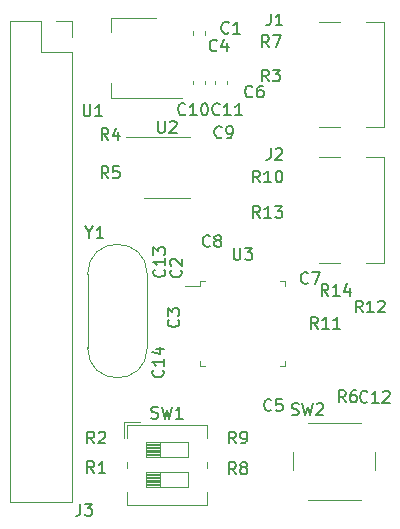
<source format=gbr>
%TF.GenerationSoftware,KiCad,Pcbnew,5.1.7+dfsg1-1~bpo10+1*%
%TF.CreationDate,2020-10-25T19:55:51+08:00*%
%TF.ProjectId,stm32-io-extend,73746d33-322d-4696-9f2d-657874656e64,rev?*%
%TF.SameCoordinates,Original*%
%TF.FileFunction,Legend,Top*%
%TF.FilePolarity,Positive*%
%FSLAX46Y46*%
G04 Gerber Fmt 4.6, Leading zero omitted, Abs format (unit mm)*
G04 Created by KiCad (PCBNEW 5.1.7+dfsg1-1~bpo10+1) date 2020-10-25 19:55:51*
%MOMM*%
%LPD*%
G01*
G04 APERTURE LIST*
%ADD10C,0.120000*%
%ADD11C,0.150000*%
G04 APERTURE END LIST*
D10*
%TO.C,C4*%
X149210000Y-67359420D02*
X149210000Y-67640580D01*
X148190000Y-67359420D02*
X148190000Y-67640580D01*
%TO.C,C10*%
X148190000Y-71559420D02*
X148190000Y-71840580D01*
X149210000Y-71559420D02*
X149210000Y-71840580D01*
%TO.C,C11*%
X150090000Y-71559420D02*
X150090000Y-71840580D01*
X151110000Y-71559420D02*
X151110000Y-71840580D01*
%TO.C,J1*%
X158830000Y-75470000D02*
X160630000Y-75470000D01*
X164340000Y-75470000D02*
X162880000Y-75470000D01*
X164340000Y-66530000D02*
X162880000Y-66530000D01*
X158830000Y-66530000D02*
X160630000Y-66530000D01*
X164340000Y-66530000D02*
X164340000Y-75470000D01*
%TO.C,J2*%
X164340000Y-78030000D02*
X164340000Y-86970000D01*
X158830000Y-78030000D02*
X160630000Y-78030000D01*
X164340000Y-78030000D02*
X162880000Y-78030000D01*
X164340000Y-86970000D02*
X162880000Y-86970000D01*
X158830000Y-86970000D02*
X160630000Y-86970000D01*
%TO.C,J3*%
X136600000Y-66470000D02*
X137930000Y-66470000D01*
X137930000Y-66470000D02*
X137930000Y-67800000D01*
X135330000Y-66470000D02*
X135330000Y-69070000D01*
X135330000Y-69070000D02*
X137930000Y-69070000D01*
X137930000Y-69070000D02*
X137930000Y-107230000D01*
X132730000Y-107230000D02*
X137930000Y-107230000D01*
X132730000Y-66470000D02*
X132730000Y-107230000D01*
X132730000Y-66470000D02*
X135330000Y-66470000D01*
%TO.C,SW1*%
X145406667Y-104705000D02*
X145406667Y-105975000D01*
X144200000Y-105905000D02*
X145406667Y-105905000D01*
X144200000Y-105785000D02*
X145406667Y-105785000D01*
X144200000Y-105665000D02*
X145406667Y-105665000D01*
X144200000Y-105545000D02*
X145406667Y-105545000D01*
X144200000Y-105425000D02*
X145406667Y-105425000D01*
X144200000Y-105305000D02*
X145406667Y-105305000D01*
X144200000Y-105185000D02*
X145406667Y-105185000D01*
X144200000Y-105065000D02*
X145406667Y-105065000D01*
X144200000Y-104945000D02*
X145406667Y-104945000D01*
X144200000Y-104825000D02*
X145406667Y-104825000D01*
X147820000Y-104705000D02*
X144200000Y-104705000D01*
X147820000Y-105975000D02*
X147820000Y-104705000D01*
X144200000Y-105975000D02*
X147820000Y-105975000D01*
X144200000Y-104705000D02*
X144200000Y-105975000D01*
X145406667Y-102165000D02*
X145406667Y-103435000D01*
X144200000Y-103365000D02*
X145406667Y-103365000D01*
X144200000Y-103245000D02*
X145406667Y-103245000D01*
X144200000Y-103125000D02*
X145406667Y-103125000D01*
X144200000Y-103005000D02*
X145406667Y-103005000D01*
X144200000Y-102885000D02*
X145406667Y-102885000D01*
X144200000Y-102765000D02*
X145406667Y-102765000D01*
X144200000Y-102645000D02*
X145406667Y-102645000D01*
X144200000Y-102525000D02*
X145406667Y-102525000D01*
X144200000Y-102405000D02*
X145406667Y-102405000D01*
X144200000Y-102285000D02*
X145406667Y-102285000D01*
X147820000Y-102165000D02*
X144200000Y-102165000D01*
X147820000Y-103435000D02*
X147820000Y-102165000D01*
X144200000Y-103435000D02*
X147820000Y-103435000D01*
X144200000Y-102165000D02*
X144200000Y-103435000D01*
X142360000Y-100450000D02*
X142360000Y-101760000D01*
X142360000Y-100450000D02*
X143743000Y-100450000D01*
X149421000Y-103790000D02*
X149421000Y-104351000D01*
X149421000Y-100690000D02*
X149421000Y-101810000D01*
X149421000Y-106330000D02*
X149421000Y-107450000D01*
X142600000Y-106330000D02*
X142600000Y-107450000D01*
X142600000Y-103840000D02*
X142600000Y-104351000D01*
X142600000Y-100690000D02*
X142600000Y-101760000D01*
X142600000Y-107450000D02*
X149421000Y-107450000D01*
X142600000Y-100690000D02*
X149421000Y-100690000D01*
%TO.C,SW2*%
X163650000Y-104500000D02*
X163650000Y-103000000D01*
X162400000Y-100500000D02*
X157900000Y-100500000D01*
X156650000Y-103000000D02*
X156650000Y-104500000D01*
X157900000Y-107000000D02*
X162400000Y-107000000D01*
%TO.C,U1*%
X147300000Y-73010000D02*
X141290000Y-73010000D01*
X145050000Y-66190000D02*
X141290000Y-66190000D01*
X141290000Y-73010000D02*
X141290000Y-71750000D01*
X141290000Y-66190000D02*
X141290000Y-67450000D01*
%TO.C,U2*%
X146000000Y-76340000D02*
X142550000Y-76340000D01*
X146000000Y-76340000D02*
X147950000Y-76340000D01*
X146000000Y-81460000D02*
X144050000Y-81460000D01*
X146000000Y-81460000D02*
X147950000Y-81460000D01*
%TO.C,U3*%
X148790000Y-88940000D02*
X147500000Y-88940000D01*
X148790000Y-88490000D02*
X148790000Y-88940000D01*
X149240000Y-88490000D02*
X148790000Y-88490000D01*
X156010000Y-88490000D02*
X156010000Y-88940000D01*
X155560000Y-88490000D02*
X156010000Y-88490000D01*
X148790000Y-95710000D02*
X148790000Y-95260000D01*
X149240000Y-95710000D02*
X148790000Y-95710000D01*
X156010000Y-95710000D02*
X156010000Y-95260000D01*
X155560000Y-95710000D02*
X156010000Y-95710000D01*
%TO.C,Y1*%
X139275000Y-87915000D02*
X139275000Y-94165000D01*
X144325000Y-87915000D02*
X144325000Y-94165000D01*
X139275000Y-87915000D02*
G75*
G02*
X144325000Y-87915000I2525000J0D01*
G01*
X139275000Y-94165000D02*
G75*
G03*
X144325000Y-94165000I2525000J0D01*
G01*
%TO.C,C1*%
D11*
X151233333Y-67457142D02*
X151185714Y-67504761D01*
X151042857Y-67552380D01*
X150947619Y-67552380D01*
X150804761Y-67504761D01*
X150709523Y-67409523D01*
X150661904Y-67314285D01*
X150614285Y-67123809D01*
X150614285Y-66980952D01*
X150661904Y-66790476D01*
X150709523Y-66695238D01*
X150804761Y-66600000D01*
X150947619Y-66552380D01*
X151042857Y-66552380D01*
X151185714Y-66600000D01*
X151233333Y-66647619D01*
X152185714Y-67552380D02*
X151614285Y-67552380D01*
X151900000Y-67552380D02*
X151900000Y-66552380D01*
X151804761Y-66695238D01*
X151709523Y-66790476D01*
X151614285Y-66838095D01*
%TO.C,C2*%
X147157142Y-87566666D02*
X147204761Y-87614285D01*
X147252380Y-87757142D01*
X147252380Y-87852380D01*
X147204761Y-87995238D01*
X147109523Y-88090476D01*
X147014285Y-88138095D01*
X146823809Y-88185714D01*
X146680952Y-88185714D01*
X146490476Y-88138095D01*
X146395238Y-88090476D01*
X146300000Y-87995238D01*
X146252380Y-87852380D01*
X146252380Y-87757142D01*
X146300000Y-87614285D01*
X146347619Y-87566666D01*
X146347619Y-87185714D02*
X146300000Y-87138095D01*
X146252380Y-87042857D01*
X146252380Y-86804761D01*
X146300000Y-86709523D01*
X146347619Y-86661904D01*
X146442857Y-86614285D01*
X146538095Y-86614285D01*
X146680952Y-86661904D01*
X147252380Y-87233333D01*
X147252380Y-86614285D01*
%TO.C,C3*%
X146957142Y-91766666D02*
X147004761Y-91814285D01*
X147052380Y-91957142D01*
X147052380Y-92052380D01*
X147004761Y-92195238D01*
X146909523Y-92290476D01*
X146814285Y-92338095D01*
X146623809Y-92385714D01*
X146480952Y-92385714D01*
X146290476Y-92338095D01*
X146195238Y-92290476D01*
X146100000Y-92195238D01*
X146052380Y-92052380D01*
X146052380Y-91957142D01*
X146100000Y-91814285D01*
X146147619Y-91766666D01*
X146052380Y-91433333D02*
X146052380Y-90814285D01*
X146433333Y-91147619D01*
X146433333Y-91004761D01*
X146480952Y-90909523D01*
X146528571Y-90861904D01*
X146623809Y-90814285D01*
X146861904Y-90814285D01*
X146957142Y-90861904D01*
X147004761Y-90909523D01*
X147052380Y-91004761D01*
X147052380Y-91290476D01*
X147004761Y-91385714D01*
X146957142Y-91433333D01*
%TO.C,C4*%
X150233333Y-68957142D02*
X150185714Y-69004761D01*
X150042857Y-69052380D01*
X149947619Y-69052380D01*
X149804761Y-69004761D01*
X149709523Y-68909523D01*
X149661904Y-68814285D01*
X149614285Y-68623809D01*
X149614285Y-68480952D01*
X149661904Y-68290476D01*
X149709523Y-68195238D01*
X149804761Y-68100000D01*
X149947619Y-68052380D01*
X150042857Y-68052380D01*
X150185714Y-68100000D01*
X150233333Y-68147619D01*
X151090476Y-68385714D02*
X151090476Y-69052380D01*
X150852380Y-68004761D02*
X150614285Y-68719047D01*
X151233333Y-68719047D01*
%TO.C,C5*%
X154833333Y-99407142D02*
X154785714Y-99454761D01*
X154642857Y-99502380D01*
X154547619Y-99502380D01*
X154404761Y-99454761D01*
X154309523Y-99359523D01*
X154261904Y-99264285D01*
X154214285Y-99073809D01*
X154214285Y-98930952D01*
X154261904Y-98740476D01*
X154309523Y-98645238D01*
X154404761Y-98550000D01*
X154547619Y-98502380D01*
X154642857Y-98502380D01*
X154785714Y-98550000D01*
X154833333Y-98597619D01*
X155738095Y-98502380D02*
X155261904Y-98502380D01*
X155214285Y-98978571D01*
X155261904Y-98930952D01*
X155357142Y-98883333D01*
X155595238Y-98883333D01*
X155690476Y-98930952D01*
X155738095Y-98978571D01*
X155785714Y-99073809D01*
X155785714Y-99311904D01*
X155738095Y-99407142D01*
X155690476Y-99454761D01*
X155595238Y-99502380D01*
X155357142Y-99502380D01*
X155261904Y-99454761D01*
X155214285Y-99407142D01*
%TO.C,C6*%
X153233333Y-72857142D02*
X153185714Y-72904761D01*
X153042857Y-72952380D01*
X152947619Y-72952380D01*
X152804761Y-72904761D01*
X152709523Y-72809523D01*
X152661904Y-72714285D01*
X152614285Y-72523809D01*
X152614285Y-72380952D01*
X152661904Y-72190476D01*
X152709523Y-72095238D01*
X152804761Y-72000000D01*
X152947619Y-71952380D01*
X153042857Y-71952380D01*
X153185714Y-72000000D01*
X153233333Y-72047619D01*
X154090476Y-71952380D02*
X153900000Y-71952380D01*
X153804761Y-72000000D01*
X153757142Y-72047619D01*
X153661904Y-72190476D01*
X153614285Y-72380952D01*
X153614285Y-72761904D01*
X153661904Y-72857142D01*
X153709523Y-72904761D01*
X153804761Y-72952380D01*
X153995238Y-72952380D01*
X154090476Y-72904761D01*
X154138095Y-72857142D01*
X154185714Y-72761904D01*
X154185714Y-72523809D01*
X154138095Y-72428571D01*
X154090476Y-72380952D01*
X153995238Y-72333333D01*
X153804761Y-72333333D01*
X153709523Y-72380952D01*
X153661904Y-72428571D01*
X153614285Y-72523809D01*
%TO.C,C7*%
X157933333Y-88657142D02*
X157885714Y-88704761D01*
X157742857Y-88752380D01*
X157647619Y-88752380D01*
X157504761Y-88704761D01*
X157409523Y-88609523D01*
X157361904Y-88514285D01*
X157314285Y-88323809D01*
X157314285Y-88180952D01*
X157361904Y-87990476D01*
X157409523Y-87895238D01*
X157504761Y-87800000D01*
X157647619Y-87752380D01*
X157742857Y-87752380D01*
X157885714Y-87800000D01*
X157933333Y-87847619D01*
X158266666Y-87752380D02*
X158933333Y-87752380D01*
X158504761Y-88752380D01*
%TO.C,C8*%
X149633333Y-85507142D02*
X149585714Y-85554761D01*
X149442857Y-85602380D01*
X149347619Y-85602380D01*
X149204761Y-85554761D01*
X149109523Y-85459523D01*
X149061904Y-85364285D01*
X149014285Y-85173809D01*
X149014285Y-85030952D01*
X149061904Y-84840476D01*
X149109523Y-84745238D01*
X149204761Y-84650000D01*
X149347619Y-84602380D01*
X149442857Y-84602380D01*
X149585714Y-84650000D01*
X149633333Y-84697619D01*
X150204761Y-85030952D02*
X150109523Y-84983333D01*
X150061904Y-84935714D01*
X150014285Y-84840476D01*
X150014285Y-84792857D01*
X150061904Y-84697619D01*
X150109523Y-84650000D01*
X150204761Y-84602380D01*
X150395238Y-84602380D01*
X150490476Y-84650000D01*
X150538095Y-84697619D01*
X150585714Y-84792857D01*
X150585714Y-84840476D01*
X150538095Y-84935714D01*
X150490476Y-84983333D01*
X150395238Y-85030952D01*
X150204761Y-85030952D01*
X150109523Y-85078571D01*
X150061904Y-85126190D01*
X150014285Y-85221428D01*
X150014285Y-85411904D01*
X150061904Y-85507142D01*
X150109523Y-85554761D01*
X150204761Y-85602380D01*
X150395238Y-85602380D01*
X150490476Y-85554761D01*
X150538095Y-85507142D01*
X150585714Y-85411904D01*
X150585714Y-85221428D01*
X150538095Y-85126190D01*
X150490476Y-85078571D01*
X150395238Y-85030952D01*
%TO.C,C9*%
X150633333Y-76307142D02*
X150585714Y-76354761D01*
X150442857Y-76402380D01*
X150347619Y-76402380D01*
X150204761Y-76354761D01*
X150109523Y-76259523D01*
X150061904Y-76164285D01*
X150014285Y-75973809D01*
X150014285Y-75830952D01*
X150061904Y-75640476D01*
X150109523Y-75545238D01*
X150204761Y-75450000D01*
X150347619Y-75402380D01*
X150442857Y-75402380D01*
X150585714Y-75450000D01*
X150633333Y-75497619D01*
X151109523Y-76402380D02*
X151300000Y-76402380D01*
X151395238Y-76354761D01*
X151442857Y-76307142D01*
X151538095Y-76164285D01*
X151585714Y-75973809D01*
X151585714Y-75592857D01*
X151538095Y-75497619D01*
X151490476Y-75450000D01*
X151395238Y-75402380D01*
X151204761Y-75402380D01*
X151109523Y-75450000D01*
X151061904Y-75497619D01*
X151014285Y-75592857D01*
X151014285Y-75830952D01*
X151061904Y-75926190D01*
X151109523Y-75973809D01*
X151204761Y-76021428D01*
X151395238Y-76021428D01*
X151490476Y-75973809D01*
X151538095Y-75926190D01*
X151585714Y-75830952D01*
%TO.C,C10*%
X147557142Y-74357142D02*
X147509523Y-74404761D01*
X147366666Y-74452380D01*
X147271428Y-74452380D01*
X147128571Y-74404761D01*
X147033333Y-74309523D01*
X146985714Y-74214285D01*
X146938095Y-74023809D01*
X146938095Y-73880952D01*
X146985714Y-73690476D01*
X147033333Y-73595238D01*
X147128571Y-73500000D01*
X147271428Y-73452380D01*
X147366666Y-73452380D01*
X147509523Y-73500000D01*
X147557142Y-73547619D01*
X148509523Y-74452380D02*
X147938095Y-74452380D01*
X148223809Y-74452380D02*
X148223809Y-73452380D01*
X148128571Y-73595238D01*
X148033333Y-73690476D01*
X147938095Y-73738095D01*
X149128571Y-73452380D02*
X149223809Y-73452380D01*
X149319047Y-73500000D01*
X149366666Y-73547619D01*
X149414285Y-73642857D01*
X149461904Y-73833333D01*
X149461904Y-74071428D01*
X149414285Y-74261904D01*
X149366666Y-74357142D01*
X149319047Y-74404761D01*
X149223809Y-74452380D01*
X149128571Y-74452380D01*
X149033333Y-74404761D01*
X148985714Y-74357142D01*
X148938095Y-74261904D01*
X148890476Y-74071428D01*
X148890476Y-73833333D01*
X148938095Y-73642857D01*
X148985714Y-73547619D01*
X149033333Y-73500000D01*
X149128571Y-73452380D01*
%TO.C,C11*%
X150457142Y-74357142D02*
X150409523Y-74404761D01*
X150266666Y-74452380D01*
X150171428Y-74452380D01*
X150028571Y-74404761D01*
X149933333Y-74309523D01*
X149885714Y-74214285D01*
X149838095Y-74023809D01*
X149838095Y-73880952D01*
X149885714Y-73690476D01*
X149933333Y-73595238D01*
X150028571Y-73500000D01*
X150171428Y-73452380D01*
X150266666Y-73452380D01*
X150409523Y-73500000D01*
X150457142Y-73547619D01*
X151409523Y-74452380D02*
X150838095Y-74452380D01*
X151123809Y-74452380D02*
X151123809Y-73452380D01*
X151028571Y-73595238D01*
X150933333Y-73690476D01*
X150838095Y-73738095D01*
X152361904Y-74452380D02*
X151790476Y-74452380D01*
X152076190Y-74452380D02*
X152076190Y-73452380D01*
X151980952Y-73595238D01*
X151885714Y-73690476D01*
X151790476Y-73738095D01*
%TO.C,C12*%
X162957142Y-98707142D02*
X162909523Y-98754761D01*
X162766666Y-98802380D01*
X162671428Y-98802380D01*
X162528571Y-98754761D01*
X162433333Y-98659523D01*
X162385714Y-98564285D01*
X162338095Y-98373809D01*
X162338095Y-98230952D01*
X162385714Y-98040476D01*
X162433333Y-97945238D01*
X162528571Y-97850000D01*
X162671428Y-97802380D01*
X162766666Y-97802380D01*
X162909523Y-97850000D01*
X162957142Y-97897619D01*
X163909523Y-98802380D02*
X163338095Y-98802380D01*
X163623809Y-98802380D02*
X163623809Y-97802380D01*
X163528571Y-97945238D01*
X163433333Y-98040476D01*
X163338095Y-98088095D01*
X164290476Y-97897619D02*
X164338095Y-97850000D01*
X164433333Y-97802380D01*
X164671428Y-97802380D01*
X164766666Y-97850000D01*
X164814285Y-97897619D01*
X164861904Y-97992857D01*
X164861904Y-98088095D01*
X164814285Y-98230952D01*
X164242857Y-98802380D01*
X164861904Y-98802380D01*
%TO.C,C13*%
X145757142Y-87542857D02*
X145804761Y-87590476D01*
X145852380Y-87733333D01*
X145852380Y-87828571D01*
X145804761Y-87971428D01*
X145709523Y-88066666D01*
X145614285Y-88114285D01*
X145423809Y-88161904D01*
X145280952Y-88161904D01*
X145090476Y-88114285D01*
X144995238Y-88066666D01*
X144900000Y-87971428D01*
X144852380Y-87828571D01*
X144852380Y-87733333D01*
X144900000Y-87590476D01*
X144947619Y-87542857D01*
X145852380Y-86590476D02*
X145852380Y-87161904D01*
X145852380Y-86876190D02*
X144852380Y-86876190D01*
X144995238Y-86971428D01*
X145090476Y-87066666D01*
X145138095Y-87161904D01*
X144852380Y-86257142D02*
X144852380Y-85638095D01*
X145233333Y-85971428D01*
X145233333Y-85828571D01*
X145280952Y-85733333D01*
X145328571Y-85685714D01*
X145423809Y-85638095D01*
X145661904Y-85638095D01*
X145757142Y-85685714D01*
X145804761Y-85733333D01*
X145852380Y-85828571D01*
X145852380Y-86114285D01*
X145804761Y-86209523D01*
X145757142Y-86257142D01*
%TO.C,C14*%
X145657142Y-96042857D02*
X145704761Y-96090476D01*
X145752380Y-96233333D01*
X145752380Y-96328571D01*
X145704761Y-96471428D01*
X145609523Y-96566666D01*
X145514285Y-96614285D01*
X145323809Y-96661904D01*
X145180952Y-96661904D01*
X144990476Y-96614285D01*
X144895238Y-96566666D01*
X144800000Y-96471428D01*
X144752380Y-96328571D01*
X144752380Y-96233333D01*
X144800000Y-96090476D01*
X144847619Y-96042857D01*
X145752380Y-95090476D02*
X145752380Y-95661904D01*
X145752380Y-95376190D02*
X144752380Y-95376190D01*
X144895238Y-95471428D01*
X144990476Y-95566666D01*
X145038095Y-95661904D01*
X145085714Y-94233333D02*
X145752380Y-94233333D01*
X144704761Y-94471428D02*
X145419047Y-94709523D01*
X145419047Y-94090476D01*
%TO.C,J1*%
X154766666Y-65852380D02*
X154766666Y-66566666D01*
X154719047Y-66709523D01*
X154623809Y-66804761D01*
X154480952Y-66852380D01*
X154385714Y-66852380D01*
X155766666Y-66852380D02*
X155195238Y-66852380D01*
X155480952Y-66852380D02*
X155480952Y-65852380D01*
X155385714Y-65995238D01*
X155290476Y-66090476D01*
X155195238Y-66138095D01*
%TO.C,J2*%
X154766666Y-77252380D02*
X154766666Y-77966666D01*
X154719047Y-78109523D01*
X154623809Y-78204761D01*
X154480952Y-78252380D01*
X154385714Y-78252380D01*
X155195238Y-77347619D02*
X155242857Y-77300000D01*
X155338095Y-77252380D01*
X155576190Y-77252380D01*
X155671428Y-77300000D01*
X155719047Y-77347619D01*
X155766666Y-77442857D01*
X155766666Y-77538095D01*
X155719047Y-77680952D01*
X155147619Y-78252380D01*
X155766666Y-78252380D01*
%TO.C,J3*%
X138666666Y-107352380D02*
X138666666Y-108066666D01*
X138619047Y-108209523D01*
X138523809Y-108304761D01*
X138380952Y-108352380D01*
X138285714Y-108352380D01*
X139047619Y-107352380D02*
X139666666Y-107352380D01*
X139333333Y-107733333D01*
X139476190Y-107733333D01*
X139571428Y-107780952D01*
X139619047Y-107828571D01*
X139666666Y-107923809D01*
X139666666Y-108161904D01*
X139619047Y-108257142D01*
X139571428Y-108304761D01*
X139476190Y-108352380D01*
X139190476Y-108352380D01*
X139095238Y-108304761D01*
X139047619Y-108257142D01*
%TO.C,R1*%
X139833333Y-104752380D02*
X139500000Y-104276190D01*
X139261904Y-104752380D02*
X139261904Y-103752380D01*
X139642857Y-103752380D01*
X139738095Y-103800000D01*
X139785714Y-103847619D01*
X139833333Y-103942857D01*
X139833333Y-104085714D01*
X139785714Y-104180952D01*
X139738095Y-104228571D01*
X139642857Y-104276190D01*
X139261904Y-104276190D01*
X140785714Y-104752380D02*
X140214285Y-104752380D01*
X140500000Y-104752380D02*
X140500000Y-103752380D01*
X140404761Y-103895238D01*
X140309523Y-103990476D01*
X140214285Y-104038095D01*
%TO.C,R2*%
X139833333Y-102252380D02*
X139500000Y-101776190D01*
X139261904Y-102252380D02*
X139261904Y-101252380D01*
X139642857Y-101252380D01*
X139738095Y-101300000D01*
X139785714Y-101347619D01*
X139833333Y-101442857D01*
X139833333Y-101585714D01*
X139785714Y-101680952D01*
X139738095Y-101728571D01*
X139642857Y-101776190D01*
X139261904Y-101776190D01*
X140214285Y-101347619D02*
X140261904Y-101300000D01*
X140357142Y-101252380D01*
X140595238Y-101252380D01*
X140690476Y-101300000D01*
X140738095Y-101347619D01*
X140785714Y-101442857D01*
X140785714Y-101538095D01*
X140738095Y-101680952D01*
X140166666Y-102252380D01*
X140785714Y-102252380D01*
%TO.C,R3*%
X154613333Y-71602380D02*
X154280000Y-71126190D01*
X154041904Y-71602380D02*
X154041904Y-70602380D01*
X154422857Y-70602380D01*
X154518095Y-70650000D01*
X154565714Y-70697619D01*
X154613333Y-70792857D01*
X154613333Y-70935714D01*
X154565714Y-71030952D01*
X154518095Y-71078571D01*
X154422857Y-71126190D01*
X154041904Y-71126190D01*
X154946666Y-70602380D02*
X155565714Y-70602380D01*
X155232380Y-70983333D01*
X155375238Y-70983333D01*
X155470476Y-71030952D01*
X155518095Y-71078571D01*
X155565714Y-71173809D01*
X155565714Y-71411904D01*
X155518095Y-71507142D01*
X155470476Y-71554761D01*
X155375238Y-71602380D01*
X155089523Y-71602380D01*
X154994285Y-71554761D01*
X154946666Y-71507142D01*
%TO.C,R4*%
X141033333Y-76552380D02*
X140700000Y-76076190D01*
X140461904Y-76552380D02*
X140461904Y-75552380D01*
X140842857Y-75552380D01*
X140938095Y-75600000D01*
X140985714Y-75647619D01*
X141033333Y-75742857D01*
X141033333Y-75885714D01*
X140985714Y-75980952D01*
X140938095Y-76028571D01*
X140842857Y-76076190D01*
X140461904Y-76076190D01*
X141890476Y-75885714D02*
X141890476Y-76552380D01*
X141652380Y-75504761D02*
X141414285Y-76219047D01*
X142033333Y-76219047D01*
%TO.C,R5*%
X141033333Y-79802380D02*
X140700000Y-79326190D01*
X140461904Y-79802380D02*
X140461904Y-78802380D01*
X140842857Y-78802380D01*
X140938095Y-78850000D01*
X140985714Y-78897619D01*
X141033333Y-78992857D01*
X141033333Y-79135714D01*
X140985714Y-79230952D01*
X140938095Y-79278571D01*
X140842857Y-79326190D01*
X140461904Y-79326190D01*
X141938095Y-78802380D02*
X141461904Y-78802380D01*
X141414285Y-79278571D01*
X141461904Y-79230952D01*
X141557142Y-79183333D01*
X141795238Y-79183333D01*
X141890476Y-79230952D01*
X141938095Y-79278571D01*
X141985714Y-79373809D01*
X141985714Y-79611904D01*
X141938095Y-79707142D01*
X141890476Y-79754761D01*
X141795238Y-79802380D01*
X141557142Y-79802380D01*
X141461904Y-79754761D01*
X141414285Y-79707142D01*
%TO.C,R6*%
X161133333Y-98752380D02*
X160800000Y-98276190D01*
X160561904Y-98752380D02*
X160561904Y-97752380D01*
X160942857Y-97752380D01*
X161038095Y-97800000D01*
X161085714Y-97847619D01*
X161133333Y-97942857D01*
X161133333Y-98085714D01*
X161085714Y-98180952D01*
X161038095Y-98228571D01*
X160942857Y-98276190D01*
X160561904Y-98276190D01*
X161990476Y-97752380D02*
X161800000Y-97752380D01*
X161704761Y-97800000D01*
X161657142Y-97847619D01*
X161561904Y-97990476D01*
X161514285Y-98180952D01*
X161514285Y-98561904D01*
X161561904Y-98657142D01*
X161609523Y-98704761D01*
X161704761Y-98752380D01*
X161895238Y-98752380D01*
X161990476Y-98704761D01*
X162038095Y-98657142D01*
X162085714Y-98561904D01*
X162085714Y-98323809D01*
X162038095Y-98228571D01*
X161990476Y-98180952D01*
X161895238Y-98133333D01*
X161704761Y-98133333D01*
X161609523Y-98180952D01*
X161561904Y-98228571D01*
X161514285Y-98323809D01*
%TO.C,R7*%
X154633333Y-68702380D02*
X154300000Y-68226190D01*
X154061904Y-68702380D02*
X154061904Y-67702380D01*
X154442857Y-67702380D01*
X154538095Y-67750000D01*
X154585714Y-67797619D01*
X154633333Y-67892857D01*
X154633333Y-68035714D01*
X154585714Y-68130952D01*
X154538095Y-68178571D01*
X154442857Y-68226190D01*
X154061904Y-68226190D01*
X154966666Y-67702380D02*
X155633333Y-67702380D01*
X155204761Y-68702380D01*
%TO.C,R8*%
X151833333Y-104852380D02*
X151500000Y-104376190D01*
X151261904Y-104852380D02*
X151261904Y-103852380D01*
X151642857Y-103852380D01*
X151738095Y-103900000D01*
X151785714Y-103947619D01*
X151833333Y-104042857D01*
X151833333Y-104185714D01*
X151785714Y-104280952D01*
X151738095Y-104328571D01*
X151642857Y-104376190D01*
X151261904Y-104376190D01*
X152404761Y-104280952D02*
X152309523Y-104233333D01*
X152261904Y-104185714D01*
X152214285Y-104090476D01*
X152214285Y-104042857D01*
X152261904Y-103947619D01*
X152309523Y-103900000D01*
X152404761Y-103852380D01*
X152595238Y-103852380D01*
X152690476Y-103900000D01*
X152738095Y-103947619D01*
X152785714Y-104042857D01*
X152785714Y-104090476D01*
X152738095Y-104185714D01*
X152690476Y-104233333D01*
X152595238Y-104280952D01*
X152404761Y-104280952D01*
X152309523Y-104328571D01*
X152261904Y-104376190D01*
X152214285Y-104471428D01*
X152214285Y-104661904D01*
X152261904Y-104757142D01*
X152309523Y-104804761D01*
X152404761Y-104852380D01*
X152595238Y-104852380D01*
X152690476Y-104804761D01*
X152738095Y-104757142D01*
X152785714Y-104661904D01*
X152785714Y-104471428D01*
X152738095Y-104376190D01*
X152690476Y-104328571D01*
X152595238Y-104280952D01*
%TO.C,R9*%
X151833333Y-102252380D02*
X151500000Y-101776190D01*
X151261904Y-102252380D02*
X151261904Y-101252380D01*
X151642857Y-101252380D01*
X151738095Y-101300000D01*
X151785714Y-101347619D01*
X151833333Y-101442857D01*
X151833333Y-101585714D01*
X151785714Y-101680952D01*
X151738095Y-101728571D01*
X151642857Y-101776190D01*
X151261904Y-101776190D01*
X152309523Y-102252380D02*
X152500000Y-102252380D01*
X152595238Y-102204761D01*
X152642857Y-102157142D01*
X152738095Y-102014285D01*
X152785714Y-101823809D01*
X152785714Y-101442857D01*
X152738095Y-101347619D01*
X152690476Y-101300000D01*
X152595238Y-101252380D01*
X152404761Y-101252380D01*
X152309523Y-101300000D01*
X152261904Y-101347619D01*
X152214285Y-101442857D01*
X152214285Y-101680952D01*
X152261904Y-101776190D01*
X152309523Y-101823809D01*
X152404761Y-101871428D01*
X152595238Y-101871428D01*
X152690476Y-101823809D01*
X152738095Y-101776190D01*
X152785714Y-101680952D01*
%TO.C,R10*%
X153857142Y-80152380D02*
X153523809Y-79676190D01*
X153285714Y-80152380D02*
X153285714Y-79152380D01*
X153666666Y-79152380D01*
X153761904Y-79200000D01*
X153809523Y-79247619D01*
X153857142Y-79342857D01*
X153857142Y-79485714D01*
X153809523Y-79580952D01*
X153761904Y-79628571D01*
X153666666Y-79676190D01*
X153285714Y-79676190D01*
X154809523Y-80152380D02*
X154238095Y-80152380D01*
X154523809Y-80152380D02*
X154523809Y-79152380D01*
X154428571Y-79295238D01*
X154333333Y-79390476D01*
X154238095Y-79438095D01*
X155428571Y-79152380D02*
X155523809Y-79152380D01*
X155619047Y-79200000D01*
X155666666Y-79247619D01*
X155714285Y-79342857D01*
X155761904Y-79533333D01*
X155761904Y-79771428D01*
X155714285Y-79961904D01*
X155666666Y-80057142D01*
X155619047Y-80104761D01*
X155523809Y-80152380D01*
X155428571Y-80152380D01*
X155333333Y-80104761D01*
X155285714Y-80057142D01*
X155238095Y-79961904D01*
X155190476Y-79771428D01*
X155190476Y-79533333D01*
X155238095Y-79342857D01*
X155285714Y-79247619D01*
X155333333Y-79200000D01*
X155428571Y-79152380D01*
%TO.C,R11*%
X158757142Y-92552380D02*
X158423809Y-92076190D01*
X158185714Y-92552380D02*
X158185714Y-91552380D01*
X158566666Y-91552380D01*
X158661904Y-91600000D01*
X158709523Y-91647619D01*
X158757142Y-91742857D01*
X158757142Y-91885714D01*
X158709523Y-91980952D01*
X158661904Y-92028571D01*
X158566666Y-92076190D01*
X158185714Y-92076190D01*
X159709523Y-92552380D02*
X159138095Y-92552380D01*
X159423809Y-92552380D02*
X159423809Y-91552380D01*
X159328571Y-91695238D01*
X159233333Y-91790476D01*
X159138095Y-91838095D01*
X160661904Y-92552380D02*
X160090476Y-92552380D01*
X160376190Y-92552380D02*
X160376190Y-91552380D01*
X160280952Y-91695238D01*
X160185714Y-91790476D01*
X160090476Y-91838095D01*
%TO.C,R12*%
X162557142Y-91152380D02*
X162223809Y-90676190D01*
X161985714Y-91152380D02*
X161985714Y-90152380D01*
X162366666Y-90152380D01*
X162461904Y-90200000D01*
X162509523Y-90247619D01*
X162557142Y-90342857D01*
X162557142Y-90485714D01*
X162509523Y-90580952D01*
X162461904Y-90628571D01*
X162366666Y-90676190D01*
X161985714Y-90676190D01*
X163509523Y-91152380D02*
X162938095Y-91152380D01*
X163223809Y-91152380D02*
X163223809Y-90152380D01*
X163128571Y-90295238D01*
X163033333Y-90390476D01*
X162938095Y-90438095D01*
X163890476Y-90247619D02*
X163938095Y-90200000D01*
X164033333Y-90152380D01*
X164271428Y-90152380D01*
X164366666Y-90200000D01*
X164414285Y-90247619D01*
X164461904Y-90342857D01*
X164461904Y-90438095D01*
X164414285Y-90580952D01*
X163842857Y-91152380D01*
X164461904Y-91152380D01*
%TO.C,R13*%
X153857142Y-83152380D02*
X153523809Y-82676190D01*
X153285714Y-83152380D02*
X153285714Y-82152380D01*
X153666666Y-82152380D01*
X153761904Y-82200000D01*
X153809523Y-82247619D01*
X153857142Y-82342857D01*
X153857142Y-82485714D01*
X153809523Y-82580952D01*
X153761904Y-82628571D01*
X153666666Y-82676190D01*
X153285714Y-82676190D01*
X154809523Y-83152380D02*
X154238095Y-83152380D01*
X154523809Y-83152380D02*
X154523809Y-82152380D01*
X154428571Y-82295238D01*
X154333333Y-82390476D01*
X154238095Y-82438095D01*
X155142857Y-82152380D02*
X155761904Y-82152380D01*
X155428571Y-82533333D01*
X155571428Y-82533333D01*
X155666666Y-82580952D01*
X155714285Y-82628571D01*
X155761904Y-82723809D01*
X155761904Y-82961904D01*
X155714285Y-83057142D01*
X155666666Y-83104761D01*
X155571428Y-83152380D01*
X155285714Y-83152380D01*
X155190476Y-83104761D01*
X155142857Y-83057142D01*
%TO.C,R14*%
X159657142Y-89752380D02*
X159323809Y-89276190D01*
X159085714Y-89752380D02*
X159085714Y-88752380D01*
X159466666Y-88752380D01*
X159561904Y-88800000D01*
X159609523Y-88847619D01*
X159657142Y-88942857D01*
X159657142Y-89085714D01*
X159609523Y-89180952D01*
X159561904Y-89228571D01*
X159466666Y-89276190D01*
X159085714Y-89276190D01*
X160609523Y-89752380D02*
X160038095Y-89752380D01*
X160323809Y-89752380D02*
X160323809Y-88752380D01*
X160228571Y-88895238D01*
X160133333Y-88990476D01*
X160038095Y-89038095D01*
X161466666Y-89085714D02*
X161466666Y-89752380D01*
X161228571Y-88704761D02*
X160990476Y-89419047D01*
X161609523Y-89419047D01*
%TO.C,SW1*%
X144676666Y-100094761D02*
X144819523Y-100142380D01*
X145057619Y-100142380D01*
X145152857Y-100094761D01*
X145200476Y-100047142D01*
X145248095Y-99951904D01*
X145248095Y-99856666D01*
X145200476Y-99761428D01*
X145152857Y-99713809D01*
X145057619Y-99666190D01*
X144867142Y-99618571D01*
X144771904Y-99570952D01*
X144724285Y-99523333D01*
X144676666Y-99428095D01*
X144676666Y-99332857D01*
X144724285Y-99237619D01*
X144771904Y-99190000D01*
X144867142Y-99142380D01*
X145105238Y-99142380D01*
X145248095Y-99190000D01*
X145581428Y-99142380D02*
X145819523Y-100142380D01*
X146010000Y-99428095D01*
X146200476Y-100142380D01*
X146438571Y-99142380D01*
X147343333Y-100142380D02*
X146771904Y-100142380D01*
X147057619Y-100142380D02*
X147057619Y-99142380D01*
X146962380Y-99285238D01*
X146867142Y-99380476D01*
X146771904Y-99428095D01*
%TO.C,SW2*%
X156566666Y-99804761D02*
X156709523Y-99852380D01*
X156947619Y-99852380D01*
X157042857Y-99804761D01*
X157090476Y-99757142D01*
X157138095Y-99661904D01*
X157138095Y-99566666D01*
X157090476Y-99471428D01*
X157042857Y-99423809D01*
X156947619Y-99376190D01*
X156757142Y-99328571D01*
X156661904Y-99280952D01*
X156614285Y-99233333D01*
X156566666Y-99138095D01*
X156566666Y-99042857D01*
X156614285Y-98947619D01*
X156661904Y-98900000D01*
X156757142Y-98852380D01*
X156995238Y-98852380D01*
X157138095Y-98900000D01*
X157471428Y-98852380D02*
X157709523Y-99852380D01*
X157900000Y-99138095D01*
X158090476Y-99852380D01*
X158328571Y-98852380D01*
X158661904Y-98947619D02*
X158709523Y-98900000D01*
X158804761Y-98852380D01*
X159042857Y-98852380D01*
X159138095Y-98900000D01*
X159185714Y-98947619D01*
X159233333Y-99042857D01*
X159233333Y-99138095D01*
X159185714Y-99280952D01*
X158614285Y-99852380D01*
X159233333Y-99852380D01*
%TO.C,U1*%
X138938095Y-73552380D02*
X138938095Y-74361904D01*
X138985714Y-74457142D01*
X139033333Y-74504761D01*
X139128571Y-74552380D01*
X139319047Y-74552380D01*
X139414285Y-74504761D01*
X139461904Y-74457142D01*
X139509523Y-74361904D01*
X139509523Y-73552380D01*
X140509523Y-74552380D02*
X139938095Y-74552380D01*
X140223809Y-74552380D02*
X140223809Y-73552380D01*
X140128571Y-73695238D01*
X140033333Y-73790476D01*
X139938095Y-73838095D01*
%TO.C,U2*%
X145238095Y-74952380D02*
X145238095Y-75761904D01*
X145285714Y-75857142D01*
X145333333Y-75904761D01*
X145428571Y-75952380D01*
X145619047Y-75952380D01*
X145714285Y-75904761D01*
X145761904Y-75857142D01*
X145809523Y-75761904D01*
X145809523Y-74952380D01*
X146238095Y-75047619D02*
X146285714Y-75000000D01*
X146380952Y-74952380D01*
X146619047Y-74952380D01*
X146714285Y-75000000D01*
X146761904Y-75047619D01*
X146809523Y-75142857D01*
X146809523Y-75238095D01*
X146761904Y-75380952D01*
X146190476Y-75952380D01*
X146809523Y-75952380D01*
%TO.C,U3*%
X151638095Y-85702380D02*
X151638095Y-86511904D01*
X151685714Y-86607142D01*
X151733333Y-86654761D01*
X151828571Y-86702380D01*
X152019047Y-86702380D01*
X152114285Y-86654761D01*
X152161904Y-86607142D01*
X152209523Y-86511904D01*
X152209523Y-85702380D01*
X152590476Y-85702380D02*
X153209523Y-85702380D01*
X152876190Y-86083333D01*
X153019047Y-86083333D01*
X153114285Y-86130952D01*
X153161904Y-86178571D01*
X153209523Y-86273809D01*
X153209523Y-86511904D01*
X153161904Y-86607142D01*
X153114285Y-86654761D01*
X153019047Y-86702380D01*
X152733333Y-86702380D01*
X152638095Y-86654761D01*
X152590476Y-86607142D01*
%TO.C,Y1*%
X139423809Y-84376190D02*
X139423809Y-84852380D01*
X139090476Y-83852380D02*
X139423809Y-84376190D01*
X139757142Y-83852380D01*
X140614285Y-84852380D02*
X140042857Y-84852380D01*
X140328571Y-84852380D02*
X140328571Y-83852380D01*
X140233333Y-83995238D01*
X140138095Y-84090476D01*
X140042857Y-84138095D01*
%TD*%
M02*

</source>
